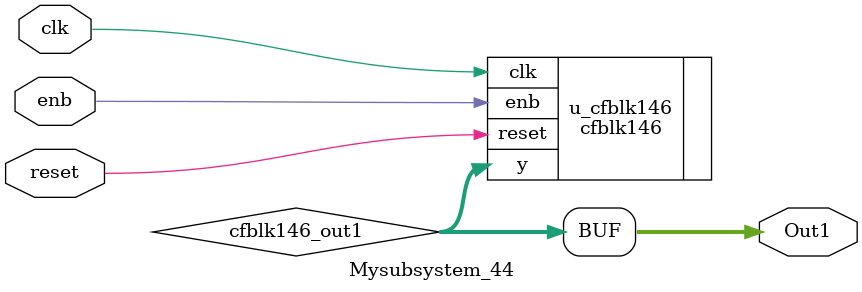
<source format=v>



`timescale 1 ns / 1 ns

module Mysubsystem_44
          (clk,
           reset,
           enb,
           Out1);


  input   clk;
  input   reset;
  input   enb;
  output  [7:0] Out1;  // uint8


  wire [7:0] cfblk146_out1;  // uint8


  cfblk146 u_cfblk146 (.clk(clk),
                       .reset(reset),
                       .enb(enb),
                       .y(cfblk146_out1)  // uint8
                       );

  assign Out1 = cfblk146_out1;

endmodule  // Mysubsystem_44


</source>
